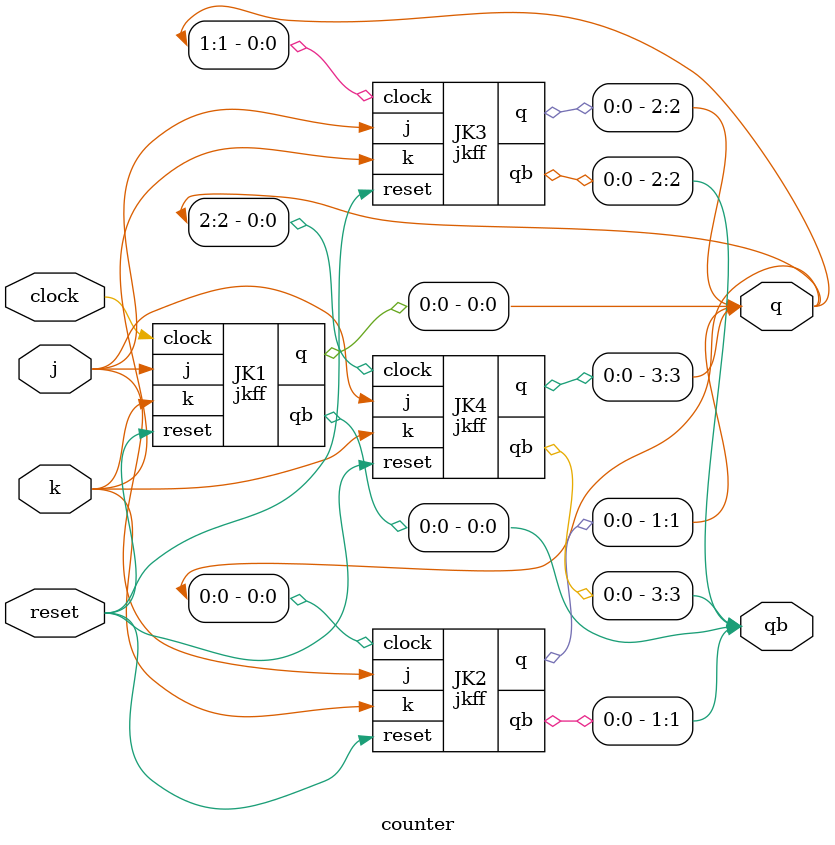
<source format=v>
module jkff(j,k,clock,reset,q,qb);
    input j,k,clock,reset;
    output reg q,qb;
    always@(negedge clock)
    begin
    case({reset,j,k})
    3'b100 :q=q;
    3'b101 :q=0;
    3'b110 :q=1;
    3'b111 :q=~q;
    default :q=0;
    endcase
    qb<=~q;
    end
endmodule

module counter(j,k,clock,reset,q,qb);
    input j,k,clock,reset;
    output wire [3:0]q,qb;

    jkff JK1(j,k,clock,reset,q[0],qb[0]);
    jkff JK2(j,k,q[0],reset,q[1],qb[1]);
    jkff JK3(j,k,q[1],reset,q[2],qb[2]);
    jkff JK4(j,k,q[2],reset,q[3],qb[3]);

endmodule
</source>
